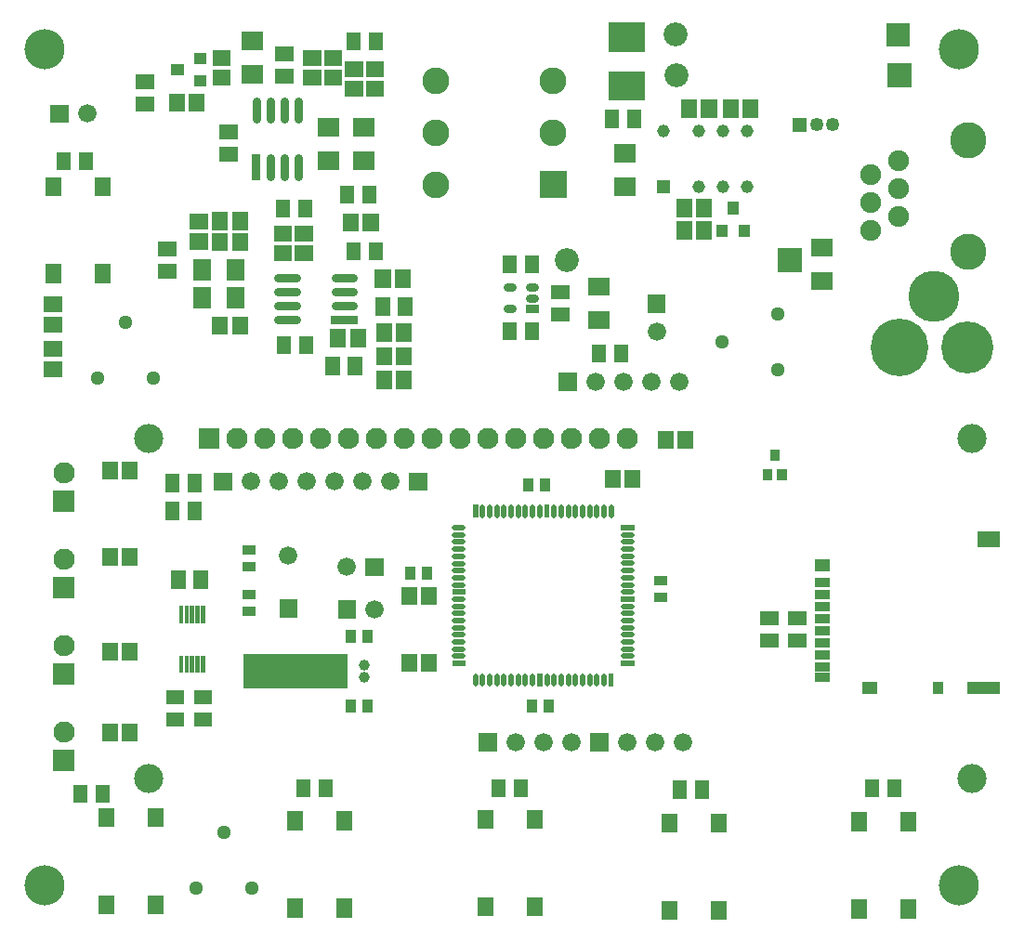
<source format=gbr>
G04 start of page 7 for group -4063 idx -4063 *
G04 Title: Balsamo, componentmask *
G04 Creator: pcb 1.99z *
G04 CreationDate: jue 24 oct 2013 15:42:48 GMT UTC *
G04 For: jalon *
G04 Format: Gerber/RS-274X *
G04 PCB-Dimensions (mil): 10000.00 10000.00 *
G04 PCB-Coordinate-Origin: lower left *
%MOIN*%
%FSLAX25Y25*%
%LNTOPMASK*%
%ADD143R,0.0370X0.0370*%
%ADD142R,0.0570X0.0570*%
%ADD141R,0.0450X0.0450*%
%ADD140R,0.0340X0.0340*%
%ADD139R,0.0400X0.0400*%
%ADD138R,0.1050X0.1050*%
%ADD137R,0.0350X0.0350*%
%ADD136C,0.0187*%
%ADD135R,0.0187X0.0187*%
%ADD134R,0.0300X0.0300*%
%ADD133R,0.1260X0.1260*%
%ADD132R,0.0155X0.0155*%
%ADD131R,0.0660X0.0660*%
%ADD130R,0.0360X0.0360*%
%ADD129C,0.0300*%
%ADD128R,0.0572X0.0572*%
%ADD127R,0.0572X0.0572*%
%ADD126R,0.0510X0.0510*%
%ADD125C,0.1871*%
%ADD124C,0.1832*%
%ADD123C,0.2068*%
%ADD122C,0.0493*%
%ADD121C,0.1300*%
%ADD120C,0.0750*%
%ADD119C,0.0395*%
%ADD118C,0.0510*%
%ADD117C,0.0760*%
%ADD116C,0.0860*%
%ADD115C,0.0460*%
%ADD114C,0.0960*%
%ADD113C,0.1440*%
%ADD112C,0.1044*%
%ADD111C,0.0001*%
%ADD110C,0.0660*%
G54D110*X340000Y562500D03*
G54D111*G36*
X346700Y565800D02*Y559200D01*
X353300D01*
Y565800D01*
X346700D01*
G37*
G54D110*X360000Y562500D03*
X370000D03*
G54D111*G36*
X306700Y565800D02*Y559200D01*
X313300D01*
Y565800D01*
X306700D01*
G37*
G54D110*X320000Y562500D03*
X330000D03*
X380000D03*
G54D112*X483680Y549425D03*
G54D113*X479000Y511000D03*
G54D111*G36*
X153200Y791300D02*Y784700D01*
X159800D01*
Y791300D01*
X153200D01*
G37*
G54D113*X151000Y811000D03*
G54D110*X166500Y788000D03*
G54D114*X291551Y762542D03*
Y781242D03*
Y799942D03*
G54D111*G36*
X370739Y764064D02*Y759464D01*
X375339D01*
Y764064D01*
X370739D01*
G37*
G54D115*X373039Y781843D03*
G54D116*X338258Y735551D03*
G54D111*G36*
X367257Y723128D02*Y716528D01*
X373857D01*
Y723128D01*
X367257D01*
G37*
G54D110*X370557Y709828D03*
G54D115*X385638Y761764D03*
Y781843D03*
X394299Y761764D03*
Y781843D03*
X402961Y761764D03*
Y781843D03*
G54D111*G36*
X413958Y739851D02*Y731251D01*
X422558D01*
Y739851D01*
X413958D01*
G37*
G54D112*X188404Y549425D03*
G54D113*X151000Y511000D03*
G54D111*G36*
X154200Y559800D02*Y552200D01*
X161800D01*
Y559800D01*
X154200D01*
G37*
G54D117*X158000Y566000D03*
G54D111*G36*
X154200Y590800D02*Y583200D01*
X161800D01*
Y590800D01*
X154200D01*
G37*
G54D117*X158000Y597000D03*
G54D111*G36*
X154200Y621800D02*Y614200D01*
X161800D01*
Y621800D01*
X154200D01*
G37*
G54D117*X158000Y628000D03*
G54D111*G36*
X154200Y652800D02*Y645200D01*
X161800D01*
Y652800D01*
X154200D01*
G37*
G54D117*X158000Y659000D03*
G54D118*X225500Y510300D03*
X205500D03*
X215500Y530300D03*
G54D111*G36*
X206257Y675272D02*Y667672D01*
X213857D01*
Y675272D01*
X206257D01*
G37*
G54D112*X188404Y671472D03*
G54D118*X170058Y693251D03*
X180058Y713251D03*
X190058Y693251D03*
G54D117*X220057Y671472D03*
X230057D03*
X240057D03*
X250057D03*
X260057D03*
G54D111*G36*
X256242Y613449D02*Y606849D01*
X262842D01*
Y613449D01*
X256242D01*
G37*
G54D110*X269542Y610149D03*
G54D111*G36*
X235242Y613749D02*Y607149D01*
X241842D01*
Y613749D01*
X235242D01*
G37*
G54D119*X265719Y585855D03*
Y590185D03*
G54D111*G36*
X266042Y628649D02*Y622049D01*
X272642D01*
Y628649D01*
X266042D01*
G37*
G54D110*X259342Y625349D03*
X238542Y629649D03*
G54D111*G36*
X211700Y659300D02*Y652700D01*
X218300D01*
Y659300D01*
X211700D01*
G37*
G54D110*X225000Y656000D03*
X235000D03*
X245000D03*
X255000D03*
X265000D03*
X275000D03*
G54D111*G36*
X281700Y659300D02*Y652700D01*
X288300D01*
Y659300D01*
X281700D01*
G37*
G36*
X335542Y695049D02*Y688449D01*
X342142D01*
Y695049D01*
X335542D01*
G37*
G54D114*X333551Y799942D03*
Y781242D03*
G54D111*G36*
X328751Y767342D02*Y757742D01*
X338351D01*
Y767342D01*
X328751D01*
G37*
G54D110*X348842Y691749D03*
X358842D03*
X368842D03*
X378842D03*
G54D118*X414000Y696000D03*
X394000Y706000D03*
X414000Y716000D03*
G54D117*X270057Y671472D03*
X280057D03*
X290057D03*
X300057D03*
X310057D03*
X320057D03*
X330057D03*
X340057D03*
X350057D03*
X360057D03*
G54D112*X483680D03*
G54D120*X447500Y746000D03*
G54D121*X482500Y738500D03*
G54D120*X457500Y751000D03*
Y761000D03*
Y771000D03*
X447500Y756000D03*
Y766000D03*
G54D116*X377738Y801851D03*
G54D111*G36*
X419535Y786465D02*Y781535D01*
X424465D01*
Y786465D01*
X419535D01*
G37*
G54D122*X427906Y784000D03*
X433811D03*
G54D121*X482500Y778500D03*
G54D113*X479000Y811000D03*
G54D111*G36*
X453438Y806151D02*Y797551D01*
X462038D01*
Y806151D01*
X453438D01*
G37*
G36*
X452938Y820651D02*Y812051D01*
X461538D01*
Y820651D01*
X452938D01*
G37*
G54D116*X377238Y816351D03*
G54D123*X457591Y704000D03*
G54D124*X470189Y722504D03*
G54D125*X482000Y704000D03*
G54D126*X172000Y544700D02*Y543300D01*
X164000Y544700D02*Y543300D01*
G54D127*X240783Y503513D02*Y502489D01*
Y534812D02*Y533788D01*
G54D126*X252000Y546700D02*Y545300D01*
X244000Y546700D02*Y545300D01*
G54D127*X173142Y504764D02*Y503740D01*
X190858Y504764D02*Y503740D01*
X173142Y536063D02*Y535039D01*
X190858Y536063D02*Y535039D01*
X258500Y503513D02*Y502489D01*
Y534812D02*Y533788D01*
X309083Y504113D02*Y503089D01*
X326800Y504113D02*Y503089D01*
X309083Y535412D02*Y534388D01*
X326800Y535412D02*Y534388D01*
G54D126*X387000Y546200D02*Y544800D01*
X379000Y546200D02*Y544800D01*
X322000Y546700D02*Y545300D01*
X314000Y546700D02*Y545300D01*
X456000Y546700D02*Y545300D01*
X448000Y546700D02*Y545300D01*
G54D127*X443083Y503213D02*Y502189D01*
X375142Y502764D02*Y501740D01*
X392858Y502764D02*Y501740D01*
X460800Y503213D02*Y502189D01*
X443083Y534512D02*Y533488D01*
X375142Y534063D02*Y533039D01*
X392858Y534063D02*Y533039D01*
X460800Y534512D02*Y533488D01*
G54D128*X153607Y703543D02*X154393D01*
X153607Y696457D02*X154393D01*
X153607Y712457D02*X154393D01*
X153607Y719543D02*X154393D01*
G54D127*X154132Y731170D02*Y730146D01*
X171849Y731170D02*Y730146D01*
G54D129*X234750Y714000D02*X241250D01*
G54D130*X224000Y631500D02*X225000D01*
X224000Y625500D02*X225000D01*
X224000Y609500D02*X225000D01*
X224000Y615500D02*X225000D01*
G54D128*X214000Y712393D02*Y711607D01*
X221086Y712393D02*Y711607D01*
G54D131*X219543Y722500D02*Y721500D01*
X207543Y722500D02*Y721500D01*
G54D128*X181543Y660393D02*Y659607D01*
X174457Y660393D02*Y659607D01*
X181543Y629393D02*Y628607D01*
X174457Y629393D02*Y628607D01*
X181543Y595393D02*Y594607D01*
X174457Y595393D02*Y594607D01*
G54D126*X197000Y646200D02*Y644800D01*
X205000Y646200D02*Y644800D01*
X207068Y621458D02*Y620058D01*
X199068Y621458D02*Y620058D01*
X197000Y656200D02*Y654800D01*
X205000Y656200D02*Y654800D01*
G54D132*X205936Y610578D02*Y605854D01*
X203968Y610578D02*Y605854D01*
X202000Y610578D02*Y605854D01*
X200031Y610578D02*Y605854D01*
G54D128*X181543Y566393D02*Y565607D01*
X174457Y566393D02*Y565607D01*
G54D132*X200031Y592862D02*Y588138D01*
X202000Y592862D02*Y588138D01*
X203968Y592862D02*Y588138D01*
X205936Y592862D02*Y588138D01*
X207905Y592862D02*Y588138D01*
Y610578D02*Y605854D01*
G54D126*X197168Y578758D02*X198568D01*
X197168Y570758D02*X198568D01*
X207168Y578758D02*X208568D01*
X207168Y570758D02*X208568D01*
G54D128*X289000Y591393D02*Y590607D01*
Y615393D02*Y614607D01*
X281914Y591393D02*Y590607D01*
Y615393D02*Y614607D01*
G54D130*X267000Y601000D02*Y600000D01*
X261000Y601000D02*Y600000D01*
X267000Y576000D02*Y575000D01*
X261000Y576000D02*Y575000D01*
X282242Y623649D02*Y622649D01*
X288242Y623649D02*Y622649D01*
G54D133*X228765Y588023D02*X253465D01*
G54D126*X244900Y705700D02*Y704300D01*
X236900Y705700D02*Y704300D01*
G54D128*X256357Y707893D02*Y707107D01*
X263443Y707893D02*Y707107D01*
G54D126*X262400Y698200D02*Y696800D01*
X254400Y698200D02*Y696800D01*
G54D134*X255250Y714000D02*X261750D01*
G54D129*X255250Y719000D02*X261750D01*
X255250Y724000D02*X261750D01*
X255250Y729000D02*X261750D01*
X234750D02*X241250D01*
X234750Y724000D02*X241250D01*
X234750Y719000D02*X241250D01*
G54D128*X279943Y692893D02*Y692107D01*
X272857Y692893D02*Y692107D01*
X279943Y701393D02*Y700607D01*
X272857Y701393D02*Y700607D01*
X279943Y709893D02*Y709107D01*
X272857Y709893D02*Y709107D01*
X279486Y729293D02*Y728507D01*
G54D126*X280400Y719600D02*Y718200D01*
X272400Y719600D02*Y718200D01*
G54D128*X272400Y729293D02*Y728507D01*
G54D135*X358788Y590839D02*X361714D01*
G54D136*X358788Y593398D02*X361714D01*
X358788Y595957D02*X361714D01*
X358788Y598516D02*X361714D01*
X358788Y601075D02*X361714D01*
X358788Y603634D02*X361714D01*
X358788Y606193D02*X361714D01*
X358788Y608752D02*X361714D01*
X349135Y586303D02*Y583377D01*
X351694Y586303D02*Y583377D01*
G54D135*X354253Y586303D02*Y583377D01*
G54D136*X358788Y611311D02*X361714D01*
G54D135*X358788Y613870D02*X361714D01*
G54D136*X358788Y616429D02*X361714D01*
X358788Y618988D02*X361714D01*
X358788Y621547D02*X361714D01*
X358788Y624106D02*X361714D01*
X358788Y626665D02*X361714D01*
G54D130*X371500Y614500D02*X372500D01*
X371500Y620500D02*X372500D01*
G54D136*X358788Y629224D02*X361714D01*
X358788Y631783D02*X361714D01*
X358788Y634342D02*X361714D01*
X358788Y636901D02*X361714D01*
G54D135*X358788Y639460D02*X361714D01*
G54D136*X354252Y646921D02*Y643995D01*
X351693Y646921D02*Y643995D01*
X349134Y646921D02*Y643995D01*
X346575Y646921D02*Y643995D01*
X344016Y646921D02*Y643995D01*
X341457Y646921D02*Y643995D01*
X338898Y646921D02*Y643995D01*
X336339Y646921D02*Y643995D01*
X333780Y646921D02*Y643995D01*
G54D135*X331221Y646921D02*Y643995D01*
G54D136*X328662Y646921D02*Y643995D01*
G54D130*X330642Y655249D02*Y654249D01*
X324642Y655249D02*Y654249D01*
G54D136*X326103Y646921D02*Y643995D01*
X323544Y646921D02*Y643995D01*
X320985Y646921D02*Y643995D01*
X318426Y646921D02*Y643995D01*
X315867Y646921D02*Y643995D01*
X313308Y646921D02*Y643995D01*
X310749Y646921D02*Y643995D01*
X308190Y646921D02*Y643995D01*
G54D135*X305631Y646921D02*Y643995D01*
G54D136*X298170Y639459D02*X301096D01*
X298170Y636900D02*X301096D01*
X298170Y634341D02*X301096D01*
X298170Y631782D02*X301096D01*
X298170Y629223D02*X301096D01*
X298170Y626664D02*X301096D01*
X298170Y624105D02*X301096D01*
X298170Y621546D02*X301096D01*
X298170Y618987D02*X301096D01*
G54D135*X298170Y616428D02*X301096D01*
G54D136*X298170Y613869D02*X301096D01*
X298170Y611310D02*X301096D01*
X298170Y608751D02*X301096D01*
X298170Y606192D02*X301096D01*
X298170Y603633D02*X301096D01*
X298170Y601074D02*X301096D01*
X298170Y598515D02*X301096D01*
X298170Y595956D02*X301096D01*
X298170Y593397D02*X301096D01*
G54D135*X298170Y590838D02*X301096D01*
G54D136*X305632Y586303D02*Y583377D01*
X308191Y586303D02*Y583377D01*
X310750Y586303D02*Y583377D01*
X313309Y586303D02*Y583377D01*
X315868Y586303D02*Y583377D01*
X318427Y586303D02*Y583377D01*
X320986Y586303D02*Y583377D01*
X323545Y586303D02*Y583377D01*
G54D130*X326000Y576000D02*Y575000D01*
X332000Y576000D02*Y575000D01*
G54D136*X326104Y586303D02*Y583377D01*
G54D135*X328663Y586303D02*Y583377D01*
G54D136*X331222Y586303D02*Y583377D01*
X333781Y586303D02*Y583377D01*
X336340Y586303D02*Y583377D01*
X338899Y586303D02*Y583377D01*
X341458Y586303D02*Y583377D01*
X344017Y586303D02*Y583377D01*
X346576Y586303D02*Y583377D01*
G54D126*X326000Y710700D02*Y709300D01*
G54D134*X325200Y718000D02*X326800D01*
G54D126*X318000Y710700D02*Y709300D01*
G54D129*X325200Y721900D02*X326800D01*
X325200Y725800D02*X326800D01*
X317000D02*X318600D01*
X317000Y718000D02*X318600D01*
G54D128*X381000Y671393D02*Y670607D01*
X373914Y671393D02*Y670607D01*
G54D126*X358000Y702700D02*Y701300D01*
X350000Y702700D02*Y701300D01*
G54D137*X410400Y658800D02*Y658200D01*
X415500Y658800D02*Y658200D01*
G54D131*X429500Y740000D02*X430500D01*
X429500Y728000D02*X430500D01*
G54D137*X413000Y665800D02*Y665200D01*
G54D128*X362000Y657393D02*Y656607D01*
G54D126*X362520Y786900D02*Y785500D01*
G54D138*X358700Y815500D02*X361300D01*
X358700Y798000D02*X361300D01*
G54D131*X358826Y773923D02*X359826D01*
X358826Y761923D02*X359826D01*
G54D128*X354914Y657393D02*Y656607D01*
G54D126*X354520Y786900D02*Y785500D01*
X335300Y724000D02*X336700D01*
X335300Y716000D02*X336700D01*
G54D131*X349500Y714000D02*X350500D01*
X349500Y726000D02*X350500D01*
G54D126*X326000Y734700D02*Y733300D01*
X318000Y734700D02*Y733300D01*
G54D128*X389385Y790157D02*Y789371D01*
X382299Y790157D02*Y789371D01*
X404299Y790157D02*Y789371D01*
X397213Y790157D02*Y789371D01*
X387643Y746593D02*Y745807D01*
G54D139*X394200Y746300D02*Y745700D01*
X402000Y746300D02*Y745700D01*
G54D128*X380557Y746593D02*Y745807D01*
X387643Y754593D02*Y753807D01*
X380557Y754593D02*Y753807D01*
G54D139*X398100Y754500D02*Y753900D01*
G54D128*X261607Y804000D02*X262393D01*
G54D126*X262000Y814657D02*Y813257D01*
G54D128*X261607Y796914D02*X262393D01*
X269107D02*X269893D01*
X269107Y804000D02*X269893D01*
G54D126*X270000Y814657D02*Y813257D01*
X236300Y809500D02*X237700D01*
G54D131*X224949Y814258D02*X225949D01*
G54D128*X246607Y808043D02*X247393D01*
X254107D02*X254893D01*
X214107D02*X214893D01*
G54D139*X206600Y807757D02*X207200D01*
G54D126*X236300Y801500D02*X237700D01*
G54D131*X224949Y802258D02*X225949D01*
G54D128*X246607Y800957D02*X247393D01*
X254107D02*X254893D01*
X214107D02*X214893D01*
G54D126*X262000Y739400D02*Y738000D01*
G54D128*X260957Y749393D02*Y748607D01*
G54D126*X259500Y759700D02*Y758300D01*
X270000Y739400D02*Y738000D01*
G54D128*X268043Y749393D02*Y748607D01*
G54D126*X267500Y759700D02*Y758300D01*
G54D129*X242000Y772000D02*Y765500D01*
G54D131*X252449Y771258D02*X253449D01*
X252449Y783258D02*X253449D01*
X264949D02*X265949D01*
X264949Y771258D02*X265949D01*
G54D126*X186300Y799500D02*X187700D01*
X186300Y791500D02*X187700D01*
G54D128*X198457Y792393D02*Y791607D01*
X205543Y792393D02*Y791607D01*
G54D139*X206600Y799957D02*X207200D01*
X198400Y803857D02*X199000D01*
G54D126*X166000Y771700D02*Y770300D01*
G54D127*X171849Y762469D02*Y761446D01*
G54D126*X158000Y771700D02*Y770300D01*
G54D127*X154132Y762469D02*Y761446D01*
G54D126*X216300Y773500D02*X217700D01*
X216300Y781500D02*X217700D01*
G54D134*X227000Y772000D02*Y765500D01*
G54D129*X232000Y772000D02*Y765500D01*
X237000Y772000D02*Y765500D01*
X242000Y792500D02*Y786000D01*
X237000Y792500D02*Y786000D01*
X232000Y792500D02*Y786000D01*
X227000Y792500D02*Y786000D01*
G54D126*X244500Y754700D02*Y753300D01*
X236500Y754700D02*Y753300D01*
G54D128*X243607Y745043D02*X244393D01*
X243607Y737957D02*X244393D01*
X236107D02*X236893D01*
X236107Y745043D02*X236893D01*
G54D126*X194343Y731500D02*X195743D01*
G54D131*X207543Y732500D02*Y731500D01*
X219543Y732500D02*Y731500D01*
G54D126*X194343Y739500D02*X195743D01*
G54D128*X206024Y742174D02*X206810D01*
X206024Y749260D02*X206810D01*
X221086Y749893D02*Y749107D01*
X214000Y749893D02*Y749107D01*
Y742393D02*Y741607D01*
X221086Y742393D02*Y741607D01*
G54D140*X429142Y619849D02*X431142D01*
X429142Y615549D02*X431142D01*
X429142Y611149D02*X431142D01*
G54D141*X429742Y625949D02*X430542D01*
G54D142*X488442Y635249D02*X490742D01*
G54D140*X429142Y606849D02*X431142D01*
X429142Y602549D02*X431142D01*
X429142Y598149D02*X431142D01*
X429142Y593849D02*X431142D01*
X429142Y589549D02*X431142D01*
X429142Y585749D02*X431142D01*
G54D143*X471442Y582449D02*Y581649D01*
G54D141*X446642Y582049D02*X447442D01*
X484242D02*X491342D01*
G54D126*X410300Y599000D02*X411700D01*
X410300Y607000D02*X411700D01*
X420300Y599000D02*X421700D01*
X420300Y607000D02*X421700D01*
M02*

</source>
